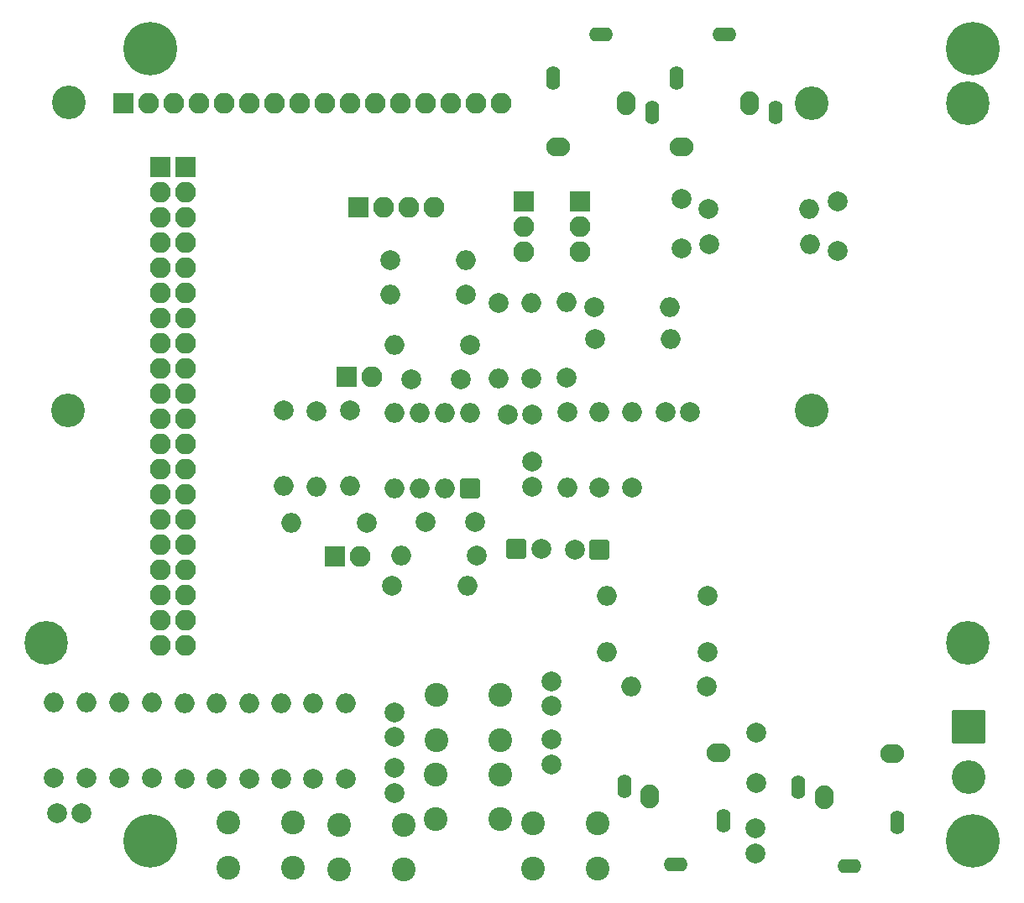
<source format=gbr>
%TF.GenerationSoftware,KiCad,Pcbnew,(6.0.11)*%
%TF.CreationDate,2023-08-06T21:28:05-05:00*%
%TF.ProjectId,BitBangDisplay,42697442-616e-4674-9469-73706c61792e,rev?*%
%TF.SameCoordinates,Original*%
%TF.FileFunction,Soldermask,Bot*%
%TF.FilePolarity,Negative*%
%FSLAX46Y46*%
G04 Gerber Fmt 4.6, Leading zero omitted, Abs format (unit mm)*
G04 Created by KiCad (PCBNEW (6.0.11)) date 2023-08-06 21:28:05*
%MOMM*%
%LPD*%
G01*
G04 APERTURE LIST*
G04 Aperture macros list*
%AMRoundRect*
0 Rectangle with rounded corners*
0 $1 Rounding radius*
0 $2 $3 $4 $5 $6 $7 $8 $9 X,Y pos of 4 corners*
0 Add a 4 corners polygon primitive as box body*
4,1,4,$2,$3,$4,$5,$6,$7,$8,$9,$2,$3,0*
0 Add four circle primitives for the rounded corners*
1,1,$1+$1,$2,$3*
1,1,$1+$1,$4,$5*
1,1,$1+$1,$6,$7*
1,1,$1+$1,$8,$9*
0 Add four rect primitives between the rounded corners*
20,1,$1+$1,$2,$3,$4,$5,0*
20,1,$1+$1,$4,$5,$6,$7,0*
20,1,$1+$1,$6,$7,$8,$9,0*
20,1,$1+$1,$8,$9,$2,$3,0*%
G04 Aperture macros list end*
%ADD10C,2.400000*%
%ADD11C,5.400000*%
%ADD12RoundRect,0.200000X0.850000X-0.850000X0.850000X0.850000X-0.850000X0.850000X-0.850000X-0.850000X0*%
%ADD13O,2.100000X2.100000*%
%ADD14O,1.400000X2.400000*%
%ADD15O,2.400000X1.400000*%
%ADD16O,2.400000X1.900000*%
%ADD17O,1.900000X2.400000*%
%ADD18C,3.397200*%
%ADD19C,4.400000*%
%ADD20C,3.400000*%
%ADD21RoundRect,0.200000X-0.850000X-0.850000X0.850000X-0.850000X0.850000X0.850000X-0.850000X0.850000X0*%
%ADD22RoundRect,0.200000X-1.500000X1.500000X-1.500000X-1.500000X1.500000X-1.500000X1.500000X1.500000X0*%
%ADD23C,2.000000*%
%ADD24O,2.000000X2.000000*%
%ADD25RoundRect,0.200000X0.800000X0.800000X-0.800000X0.800000X-0.800000X-0.800000X0.800000X-0.800000X0*%
%ADD26RoundRect,0.200000X-0.800000X-0.800000X0.800000X-0.800000X0.800000X0.800000X-0.800000X0.800000X0*%
%ADD27RoundRect,0.200000X0.800000X-0.800000X0.800000X0.800000X-0.800000X0.800000X-0.800000X-0.800000X0*%
%ADD28RoundRect,0.200000X0.850000X0.850000X-0.850000X0.850000X-0.850000X-0.850000X0.850000X-0.850000X0*%
G04 APERTURE END LIST*
D10*
%TO.C,SW2*%
X80830000Y-125770000D03*
X74330000Y-125770000D03*
X74330000Y-130270000D03*
X80830000Y-130270000D03*
%TD*%
%TO.C,SW3*%
X64540000Y-138860000D03*
X71040000Y-138860000D03*
X64540000Y-143360000D03*
X71040000Y-143360000D03*
%TD*%
%TO.C,SW4*%
X84090000Y-138720000D03*
X90590000Y-138720000D03*
X90590000Y-143220000D03*
X84090000Y-143220000D03*
%TD*%
%TO.C,SW5*%
X74300000Y-133770000D03*
X80800000Y-133770000D03*
X74300000Y-138270000D03*
X80800000Y-138270000D03*
%TD*%
D11*
%TO.C,J3*%
X45500000Y-60500000D03*
%TD*%
%TO.C,J7*%
X45500000Y-140500000D03*
%TD*%
%TO.C,J20*%
X128500000Y-60500000D03*
%TD*%
%TO.C,J21*%
X128500000Y-140500000D03*
%TD*%
D12*
%TO.C,J1*%
X66500000Y-76500000D03*
D13*
X69040000Y-76500000D03*
X71580000Y-76500000D03*
X74120000Y-76500000D03*
%TD*%
D12*
%TO.C,U1*%
X42750000Y-66000000D03*
D13*
X45290000Y-66000000D03*
X47830000Y-66000000D03*
X50370000Y-66000000D03*
X52910000Y-66000000D03*
X55450000Y-66000000D03*
X57990000Y-66000000D03*
X60530000Y-66000000D03*
X63070000Y-66000000D03*
X65610000Y-66000000D03*
X68150000Y-66000000D03*
X70690000Y-66000000D03*
X73230000Y-66000000D03*
X75770000Y-66000000D03*
X78310000Y-66000000D03*
X80850000Y-66000000D03*
%TD*%
D14*
%TO.C,J2*%
X103300000Y-138450000D03*
X93300000Y-134950000D03*
D15*
X98500000Y-142850000D03*
D16*
X102800000Y-131550000D03*
D17*
X95900000Y-135950000D03*
%TD*%
D18*
%TO.C,J4*%
X37260000Y-65970000D03*
%TD*%
D19*
%TO.C,J5*%
X128000000Y-66000000D03*
%TD*%
D18*
%TO.C,J6*%
X112230000Y-66010000D03*
%TD*%
D20*
%TO.C,J8*%
X112220000Y-97040000D03*
%TD*%
D19*
%TO.C,J9*%
X128000000Y-120500000D03*
%TD*%
%TO.C,J11*%
X35000000Y-120500000D03*
%TD*%
D20*
%TO.C,J12*%
X37200000Y-97000000D03*
%TD*%
D14*
%TO.C,J13*%
X98578000Y-63504000D03*
X108578000Y-67004000D03*
D15*
X103378000Y-59104000D03*
D16*
X99078000Y-70404000D03*
D17*
X105978000Y-66004000D03*
%TD*%
D14*
%TO.C,J14*%
X86132000Y-63504000D03*
X96132000Y-67004000D03*
D15*
X90932000Y-59104000D03*
D16*
X86632000Y-70404000D03*
D17*
X93532000Y-66004000D03*
%TD*%
D21*
%TO.C,JP1*%
X88860000Y-75960000D03*
D13*
X88860000Y-78500000D03*
X88860000Y-81040000D03*
%TD*%
D21*
%TO.C,JP2*%
X83130000Y-75970000D03*
D13*
X83130000Y-78510000D03*
X83130000Y-81050000D03*
%TD*%
D14*
%TO.C,J15*%
X120850000Y-138570000D03*
X110850000Y-135070000D03*
D15*
X116050000Y-142970000D03*
D16*
X120350000Y-131670000D03*
D17*
X113450000Y-136070000D03*
%TD*%
D12*
%TO.C,JP3*%
X64120000Y-111790000D03*
D13*
X66660000Y-111790000D03*
%TD*%
D12*
%TO.C,JP4*%
X65320000Y-93650000D03*
D13*
X67860000Y-93650000D03*
%TD*%
D22*
%TO.C,J16*%
X128020000Y-128930000D03*
D20*
X128020000Y-134010000D03*
%TD*%
D10*
%TO.C,SW1*%
X53370000Y-138640000D03*
X59870000Y-138640000D03*
X59870000Y-143140000D03*
X53370000Y-143140000D03*
%TD*%
D23*
%TO.C,C10*%
X86000000Y-126850000D03*
X86000000Y-124350000D03*
%TD*%
%TO.C,C11*%
X70100000Y-129980000D03*
X70100000Y-127480000D03*
%TD*%
%TO.C,C16*%
X70140000Y-135620000D03*
X70140000Y-133120000D03*
%TD*%
%TO.C,C17*%
X85970000Y-130260000D03*
X85970000Y-132760000D03*
%TD*%
%TO.C,R3*%
X48930000Y-134170000D03*
D24*
X48930000Y-126550000D03*
%TD*%
D23*
%TO.C,R6*%
X45640000Y-134150000D03*
D24*
X45640000Y-126530000D03*
%TD*%
D23*
%TO.C,R12*%
X58680000Y-134170000D03*
D24*
X58680000Y-126550000D03*
%TD*%
D23*
%TO.C,R13*%
X65210000Y-134190000D03*
D24*
X65210000Y-126570000D03*
%TD*%
D23*
%TO.C,R29*%
X42330000Y-134130000D03*
D24*
X42330000Y-126510000D03*
%TD*%
D23*
%TO.C,R33*%
X52220000Y-134190000D03*
D24*
X52220000Y-126570000D03*
%TD*%
D23*
%TO.C,R46*%
X61940000Y-134190000D03*
D24*
X61940000Y-126570000D03*
%TD*%
D23*
%TO.C,R47*%
X55470000Y-134170000D03*
D24*
X55470000Y-126550000D03*
%TD*%
D23*
%TO.C,C1*%
X106510000Y-139200000D03*
X106510000Y-141700000D03*
%TD*%
%TO.C,C3*%
X99060000Y-75692000D03*
X99060000Y-80692000D03*
%TD*%
%TO.C,L1*%
X101854000Y-80264000D03*
D24*
X112014000Y-80264000D03*
%TD*%
D23*
%TO.C,L2*%
X101834000Y-76708000D03*
D24*
X111994000Y-76708000D03*
%TD*%
D23*
%TO.C,R1*%
X90410000Y-89800000D03*
D24*
X98030000Y-89800000D03*
%TD*%
D23*
%TO.C,R2*%
X90250000Y-86610000D03*
D24*
X97870000Y-86610000D03*
%TD*%
D23*
%TO.C,R4*%
X87450000Y-93770000D03*
D24*
X87450000Y-86150000D03*
%TD*%
D23*
%TO.C,R5*%
X94110000Y-104780000D03*
D24*
X94110000Y-97160000D03*
%TD*%
D23*
%TO.C,R7*%
X77370000Y-85360000D03*
D24*
X69750000Y-85360000D03*
%TD*%
D23*
%TO.C,R8*%
X69700000Y-81880000D03*
D24*
X77320000Y-81880000D03*
%TD*%
D23*
%TO.C,C2*%
X114808000Y-80946000D03*
X114808000Y-75946000D03*
%TD*%
%TO.C,C4*%
X106600000Y-129580000D03*
X106600000Y-134580000D03*
%TD*%
D25*
%TO.C,C5*%
X90810000Y-111090000D03*
D23*
X88310000Y-111090000D03*
%TD*%
D26*
%TO.C,C6*%
X82410000Y-111020000D03*
D23*
X84910000Y-111020000D03*
%TD*%
%TO.C,C7*%
X81560000Y-97430000D03*
X84060000Y-97430000D03*
%TD*%
%TO.C,C8*%
X83990000Y-104720000D03*
X83990000Y-102220000D03*
%TD*%
%TO.C,C9*%
X73300000Y-108320000D03*
X78300000Y-108320000D03*
%TD*%
%TO.C,C12*%
X71860000Y-93880000D03*
X76860000Y-93880000D03*
%TD*%
%TO.C,L3*%
X101700000Y-115730000D03*
D24*
X91540000Y-115730000D03*
%TD*%
D23*
%TO.C,R9*%
X69840000Y-114720000D03*
D24*
X77460000Y-114720000D03*
%TD*%
D23*
%TO.C,R10*%
X67360000Y-108360000D03*
D24*
X59740000Y-108360000D03*
%TD*%
D23*
%TO.C,R11*%
X87550000Y-97190000D03*
D24*
X87550000Y-104810000D03*
%TD*%
D23*
%TO.C,R14*%
X90830000Y-104780000D03*
D24*
X90830000Y-97160000D03*
%TD*%
D23*
%TO.C,R15*%
X78450000Y-111670000D03*
D24*
X70830000Y-111670000D03*
%TD*%
D23*
%TO.C,R16*%
X62250000Y-97120000D03*
D24*
X62250000Y-104740000D03*
%TD*%
D23*
%TO.C,R17*%
X58980000Y-97040000D03*
D24*
X58980000Y-104660000D03*
%TD*%
D23*
%TO.C,R18*%
X65620000Y-97030000D03*
D24*
X65620000Y-104650000D03*
%TD*%
D23*
%TO.C,R19*%
X77730000Y-90410000D03*
D24*
X70110000Y-90410000D03*
%TD*%
D23*
%TO.C,R20*%
X83930000Y-93800000D03*
D24*
X83930000Y-86180000D03*
%TD*%
D23*
%TO.C,R21*%
X80620000Y-86180000D03*
D24*
X80620000Y-93800000D03*
%TD*%
D27*
%TO.C,U2*%
X77730000Y-104940000D03*
D24*
X75190000Y-104940000D03*
X72650000Y-104940000D03*
X70110000Y-104940000D03*
X70110000Y-97320000D03*
X72650000Y-97320000D03*
X75190000Y-97320000D03*
X77730000Y-97320000D03*
%TD*%
D23*
%TO.C,L4*%
X101690000Y-121420000D03*
D24*
X91530000Y-121420000D03*
%TD*%
D23*
%TO.C,R22*%
X101650000Y-124850000D03*
D24*
X94030000Y-124850000D03*
%TD*%
D28*
%TO.C,U5*%
X46500000Y-72500000D03*
D13*
X46500000Y-75040000D03*
X46500000Y-77580000D03*
X46500000Y-80120000D03*
X46500000Y-82660000D03*
X46500000Y-85200000D03*
X46500000Y-87740000D03*
X46500000Y-90280000D03*
X46500000Y-92820000D03*
X46500000Y-95360000D03*
X46500000Y-97900000D03*
X46500000Y-100440000D03*
X46500000Y-102980000D03*
X46500000Y-105520000D03*
X46500000Y-108060000D03*
X46500000Y-110600000D03*
X46500000Y-113140000D03*
X46500000Y-115680000D03*
X46500000Y-118220000D03*
X46500000Y-120760000D03*
%TD*%
D23*
%TO.C,C13*%
X97450000Y-97230000D03*
X99950000Y-97230000D03*
%TD*%
%TO.C,C14*%
X36080000Y-137690000D03*
X38580000Y-137690000D03*
%TD*%
%TO.C,R23*%
X35760000Y-134110000D03*
D24*
X35760000Y-126490000D03*
%TD*%
D23*
%TO.C,R24*%
X39040000Y-134110000D03*
D24*
X39040000Y-126490000D03*
%TD*%
D28*
%TO.C,J10*%
X49040000Y-72500000D03*
D13*
X49040000Y-75040000D03*
X49040000Y-77580000D03*
X49040000Y-80120000D03*
X49040000Y-82660000D03*
X49040000Y-85200000D03*
X49040000Y-87740000D03*
X49040000Y-90280000D03*
X49040000Y-92820000D03*
X49040000Y-95360000D03*
X49040000Y-97900000D03*
X49040000Y-100440000D03*
X49040000Y-102980000D03*
X49040000Y-105520000D03*
X49040000Y-108060000D03*
X49040000Y-110600000D03*
X49040000Y-113140000D03*
X49040000Y-115680000D03*
X49040000Y-118220000D03*
X49040000Y-120760000D03*
%TD*%
M02*

</source>
